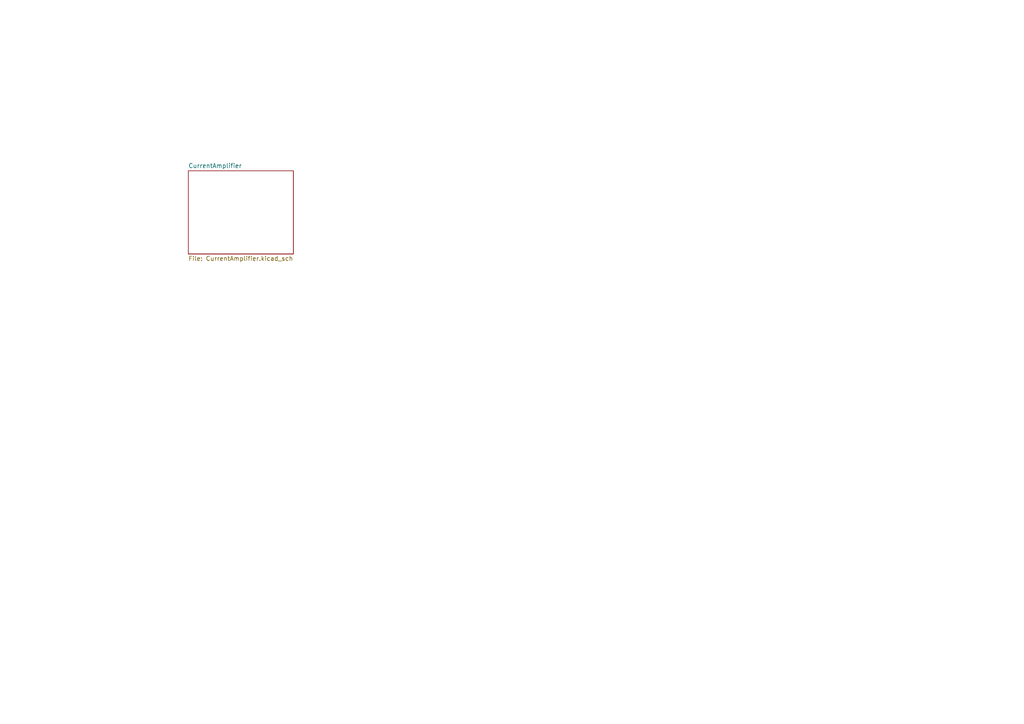
<source format=kicad_sch>
(kicad_sch
	(version 20231120)
	(generator "eeschema")
	(generator_version "8.0")
	(uuid "9361c1c3-d2c4-465c-97c4-cd54e8c4f6f1")
	(paper "A4")
	(lib_symbols)
	(sheet
		(at 54.61 49.53)
		(size 30.48 24.13)
		(fields_autoplaced yes)
		(stroke
			(width 0.1524)
			(type solid)
		)
		(fill
			(color 0 0 0 0.0000)
		)
		(uuid "77bc8fb6-64f0-4df8-bdfe-cd9a9895cd39")
		(property "Sheetname" "CurrentAmplifier"
			(at 54.61 48.8184 0)
			(effects
				(font
					(size 1.27 1.27)
				)
				(justify left bottom)
			)
		)
		(property "Sheetfile" "CurrentAmplifier.kicad_sch"
			(at 54.61 74.2446 0)
			(effects
				(font
					(size 1.27 1.27)
				)
				(justify left top)
			)
		)
		(instances
			(project "DC48V_3kW_BLDC_Driver"
				(path "/9361c1c3-d2c4-465c-97c4-cd54e8c4f6f1"
					(page "2")
				)
			)
		)
	)
	(sheet_instances
		(path "/"
			(page "1")
		)
	)
)

</source>
